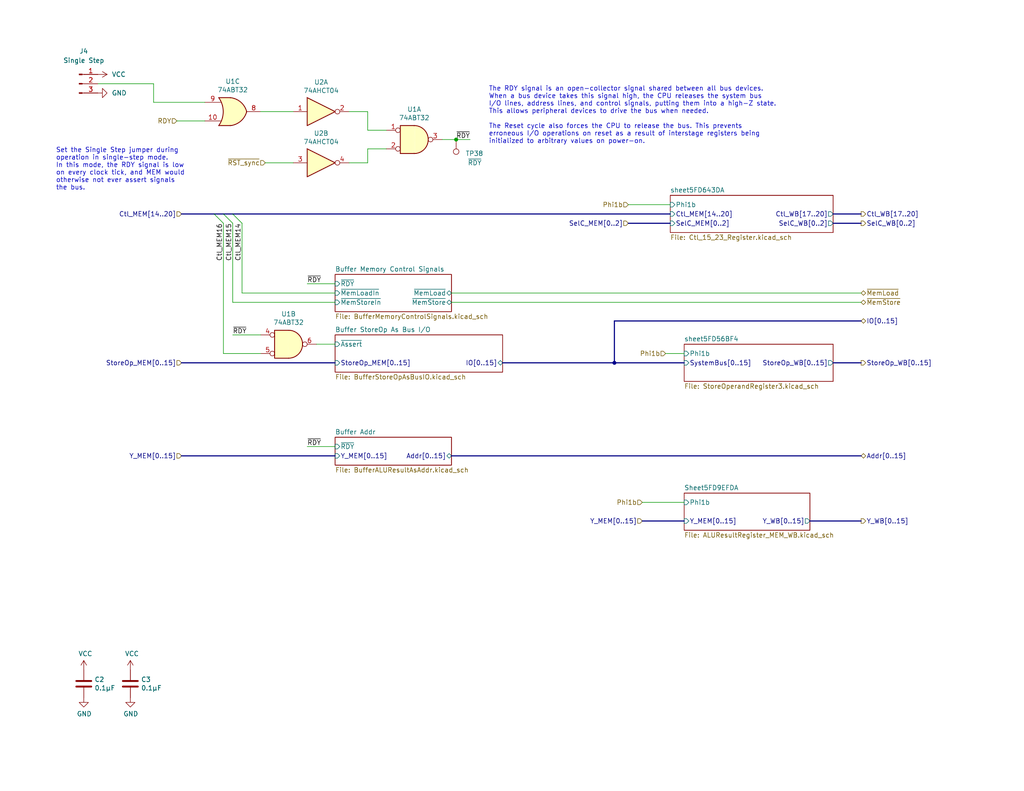
<source format=kicad_sch>
(kicad_sch (version 20230121) (generator eeschema)
  (paper "USLetter")
  (title_block (title "MEM") (date "2023-11-04") (rev "D") (comment 1 "place bus lines into tristate and halt the Phi1 clock.") (comment 2 "Devices on the bus may take the open-collector ~RDY~ signal high to force the CPU to") (comment 3 "These devices connect to the main board via a connector described in another sheet.") (comment 4 "The MEM stage interfaces with memory and memory-mapped peripherals."))
  (lib_symbols
    (symbol "74xx:74LS04"
      (property "Reference" "U" (at 0 1.27 0))
      (property "Value" "74LS04" (at 0 -1.27 0))
      (symbol "74LS04_1_0"
        (polyline (pts (xy -3.81 3.81) (xy -3.81 -3.81) (xy 3.81 0) (xy -3.81 3.81)) (stroke (width 0.254)) (fill (type background)))
        (pin input line (at -7.62 0 0) (length 3.81) (name "~") (number "1"))
        (pin output inverted (at 7.62 0 180) (length 3.81) (name "~") (number "2"))
      )
      (symbol "74LS04_2_0"
        (polyline (pts (xy -3.81 3.81) (xy -3.81 -3.81) (xy 3.81 0) (xy -3.81 3.81)) (stroke (width 0.254)) (fill (type background)))
        (pin input line (at -7.62 0 0) (length 3.81) (name "~") (number "3"))
        (pin output inverted (at 7.62 0 180) (length 3.81) (name "~") (number "4"))
      )
      (symbol "74LS04_3_0"
        (polyline (pts (xy -3.81 3.81) (xy -3.81 -3.81) (xy 3.81 0) (xy -3.81 3.81)) (stroke (width 0.254)) (fill (type background)))
        (pin input line (at -7.62 0 0) (length 3.81) (name "~") (number "5"))
        (pin output inverted (at 7.62 0 180) (length 3.81) (name "~") (number "6"))
      )
      (symbol "74LS04_4_0"
        (polyline (pts (xy -3.81 3.81) (xy -3.81 -3.81) (xy 3.81 0) (xy -3.81 3.81)) (stroke (width 0.254)) (fill (type background)))
        (pin output inverted (at 7.62 0 180) (length 3.81) (name "~") (number "8"))
        (pin input line (at -7.62 0 0) (length 3.81) (name "~") (number "9"))
      )
      (symbol "74LS04_5_0"
        (polyline (pts (xy -3.81 3.81) (xy -3.81 -3.81) (xy 3.81 0) (xy -3.81 3.81)) (stroke (width 0.254)) (fill (type background)))
        (pin output inverted (at 7.62 0 180) (length 3.81) (name "~") (number "10"))
        (pin input line (at -7.62 0 0) (length 3.81) (name "~") (number "11"))
      )
      (symbol "74LS04_6_0"
        (polyline (pts (xy -3.81 3.81) (xy -3.81 -3.81) (xy 3.81 0) (xy -3.81 3.81)) (stroke (width 0.254)) (fill (type background)))
        (pin output inverted (at 7.62 0 180) (length 3.81) (name "~") (number "12"))
        (pin input line (at -7.62 0 0) (length 3.81) (name "~") (number "13"))
      )
      (symbol "74LS04_7_0"
        (pin power_in line (at 0 12.7 270) (length 5.08) (name "VCC") (number "14"))
        (pin power_in line (at 0 -12.7 90) (length 5.08) (name "GND") (number "7"))
      )
      (symbol "74LS04_7_1"
        (rectangle (start -5.08 7.62) (end 5.08 -7.62) (stroke (width 0.254)) (fill (type background)))
      )
    )
    (symbol "74xx:74LS32" (pin_names (offset 1.016))
      (property "Reference" "U" (at 0 1.27 0))
      (property "Value" "74LS32" (at 0 -1.27 0))
      (symbol "74LS32_1_1"
        (arc (start -3.81 -3.81) (mid -2.589 0) (end -3.81 3.81) (stroke (width 0.254)))
        (arc (start -0.6096 -3.81) (mid 2.1842 -2.5851) (end 3.81 0) (stroke (width 0.254)) (fill (type background)))
        (polyline (pts (xy -3.81 -3.81) (xy -0.635 -3.81)) (stroke (width 0.254)) (fill (type background)))
        (polyline (pts (xy -3.81 3.81) (xy -0.635 3.81)) (stroke (width 0.254)) (fill (type background)))
        (polyline (pts (xy -0.635 3.81) (xy -3.81 3.81) (xy -3.81 3.81) (xy -3.556 3.4036) (xy -3.0226 2.2606) (xy -2.6924 1.0414) (xy -2.6162 -0.254) (xy -2.7686 -1.4986) (xy -3.175 -2.7178) (xy -3.81 -3.81) (xy -3.81 -3.81) (xy -0.635 -3.81)) (stroke (width -25.4)) (fill (type background)))
        (arc (start 3.81 0) (mid 2.1915 2.5936) (end -0.6096 3.81) (stroke (width 0.254)) (fill (type background)))
        (pin input line (at -7.62 2.54 0) (length 4.318) (name "~") (number "1"))
        (pin input line (at -7.62 -2.54 0) (length 4.318) (name "~") (number "2"))
        (pin output line (at 7.62 0 180) (length 3.81) (name "~") (number "3"))
      )
      (symbol "74LS32_1_2"
        (arc (start 0 -3.81) (mid 3.7934 0) (end 0 3.81) (stroke (width 0.254)) (fill (type background)))
        (polyline (pts (xy 0 3.81) (xy -3.81 3.81) (xy -3.81 -3.81) (xy 0 -3.81)) (stroke (width 0.254)) (fill (type background)))
        (pin input inverted (at -7.62 2.54 0) (length 3.81) (name "~") (number "1"))
        (pin input inverted (at -7.62 -2.54 0) (length 3.81) (name "~") (number "2"))
        (pin output inverted (at 7.62 0 180) (length 3.81) (name "~") (number "3"))
      )
      (symbol "74LS32_2_1"
        (arc (start -3.81 -3.81) (mid -2.589 0) (end -3.81 3.81) (stroke (width 0.254)))
        (arc (start -0.6096 -3.81) (mid 2.1842 -2.5851) (end 3.81 0) (stroke (width 0.254)) (fill (type background)))
        (polyline (pts (xy -3.81 -3.81) (xy -0.635 -3.81)) (stroke (width 0.254)) (fill (type background)))
        (polyline (pts (xy -3.81 3.81) (xy -0.635 3.81)) (stroke (width 0.254)) (fill (type background)))
        (polyline (pts (xy -0.635 3.81) (xy -3.81 3.81) (xy -3.81 3.81) (xy -3.556 3.4036) (xy -3.0226 2.2606) (xy -2.6924 1.0414) (xy -2.6162 -0.254) (xy -2.7686 -1.4986) (xy -3.175 -2.7178) (xy -3.81 -3.81) (xy -3.81 -3.81) (xy -0.635 -3.81)) (stroke (width -25.4)) (fill (type background)))
        (arc (start 3.81 0) (mid 2.1915 2.5936) (end -0.6096 3.81) (stroke (width 0.254)) (fill (type background)))
        (pin input line (at -7.62 2.54 0) (length 4.318) (name "~") (number "4"))
        (pin input line (at -7.62 -2.54 0) (length 4.318) (name "~") (number "5"))
        (pin output line (at 7.62 0 180) (length 3.81) (name "~") (number "6"))
      )
      (symbol "74LS32_2_2"
        (arc (start 0 -3.81) (mid 3.7934 0) (end 0 3.81) (stroke (width 0.254)) (fill (type background)))
        (polyline (pts (xy 0 3.81) (xy -3.81 3.81) (xy -3.81 -3.81) (xy 0 -3.81)) (stroke (width 0.254)) (fill (type background)))
        (pin input inverted (at -7.62 2.54 0) (length 3.81) (name "~") (number "4"))
        (pin input inverted (at -7.62 -2.54 0) (length 3.81) (name "~") (number "5"))
        (pin output inverted (at 7.62 0 180) (length 3.81) (name "~") (number "6"))
      )
      (symbol "74LS32_3_1"
        (arc (start -3.81 -3.81) (mid -2.589 0) (end -3.81 3.81) (stroke (width 0.254)))
        (arc (start -0.6096 -3.81) (mid 2.1842 -2.5851) (end 3.81 0) (stroke (width 0.254)) (fill (type background)))
        (polyline (pts (xy -3.81 -3.81) (xy -0.635 -3.81)) (stroke (width 0.254)) (fill (type background)))
        (polyline (pts (xy -3.81 3.81) (xy -0.635 3.81)) (stroke (width 0.254)) (fill (type background)))
        (polyline (pts (xy -0.635 3.81) (xy -3.81 3.81) (xy -3.81 3.81) (xy -3.556 3.4036) (xy -3.0226 2.2606) (xy -2.6924 1.0414) (xy -2.6162 -0.254) (xy -2.7686 -1.4986) (xy -3.175 -2.7178) (xy -3.81 -3.81) (xy -3.81 -3.81) (xy -0.635 -3.81)) (stroke (width -25.4)) (fill (type background)))
        (arc (start 3.81 0) (mid 2.1915 2.5936) (end -0.6096 3.81) (stroke (width 0.254)) (fill (type background)))
        (pin input line (at -7.62 -2.54 0) (length 4.318) (name "~") (number "10"))
        (pin output line (at 7.62 0 180) (length 3.81) (name "~") (number "8"))
        (pin input line (at -7.62 2.54 0) (length 4.318) (name "~") (number "9"))
      )
      (symbol "74LS32_3_2"
        (arc (start 0 -3.81) (mid 3.7934 0) (end 0 3.81) (stroke (width 0.254)) (fill (type background)))
        (polyline (pts (xy 0 3.81) (xy -3.81 3.81) (xy -3.81 -3.81) (xy 0 -3.81)) (stroke (width 0.254)) (fill (type background)))
        (pin input inverted (at -7.62 -2.54 0) (length 3.81) (name "~") (number "10"))
        (pin output inverted (at 7.62 0 180) (length 3.81) (name "~") (number "8"))
        (pin input inverted (at -7.62 2.54 0) (length 3.81) (name "~") (number "9"))
      )
      (symbol "74LS32_4_1"
        (arc (start -3.81 -3.81) (mid -2.589 0) (end -3.81 3.81) (stroke (width 0.254)))
        (arc (start -0.6096 -3.81) (mid 2.1842 -2.5851) (end 3.81 0) (stroke (width 0.254)) (fill (type background)))
        (polyline (pts (xy -3.81 -3.81) (xy -0.635 -3.81)) (stroke (width 0.254)) (fill (type background)))
        (polyline (pts (xy -3.81 3.81) (xy -0.635 3.81)) (stroke (width 0.254)) (fill (type background)))
        (polyline (pts (xy -0.635 3.81) (xy -3.81 3.81) (xy -3.81 3.81) (xy -3.556 3.4036) (xy -3.0226 2.2606) (xy -2.6924 1.0414) (xy -2.6162 -0.254) (xy -2.7686 -1.4986) (xy -3.175 -2.7178) (xy -3.81 -3.81) (xy -3.81 -3.81) (xy -0.635 -3.81)) (stroke (width -25.4)) (fill (type background)))
        (arc (start 3.81 0) (mid 2.1915 2.5936) (end -0.6096 3.81) (stroke (width 0.254)) (fill (type background)))
        (pin output line (at 7.62 0 180) (length 3.81) (name "~") (number "11"))
        (pin input line (at -7.62 2.54 0) (length 4.318) (name "~") (number "12"))
        (pin input line (at -7.62 -2.54 0) (length 4.318) (name "~") (number "13"))
      )
      (symbol "74LS32_4_2"
        (arc (start 0 -3.81) (mid 3.7934 0) (end 0 3.81) (stroke (width 0.254)) (fill (type background)))
        (polyline (pts (xy 0 3.81) (xy -3.81 3.81) (xy -3.81 -3.81) (xy 0 -3.81)) (stroke (width 0.254)) (fill (type background)))
        (pin output inverted (at 7.62 0 180) (length 3.81) (name "~") (number "11"))
        (pin input inverted (at -7.62 2.54 0) (length 3.81) (name "~") (number "12"))
        (pin input inverted (at -7.62 -2.54 0) (length 3.81) (name "~") (number "13"))
      )
      (symbol "74LS32_5_0"
        (pin power_in line (at 0 12.7 270) (length 5.08) (name "VCC") (number "14"))
        (pin power_in line (at 0 -12.7 90) (length 5.08) (name "GND") (number "7"))
      )
      (symbol "74LS32_5_1"
        (rectangle (start -5.08 7.62) (end 5.08 -7.62) (stroke (width 0.254)) (fill (type background)))
      )
    )
    (symbol "Connector:Conn_01x03_Pin" (pin_names (offset 1.016) hide)
      (property "Reference" "J" (at 0 5.08 0))
      (property "Value" "Conn_01x03_Pin" (at 0 -5.08 0))
      (symbol "Conn_01x03_Pin_1_1"
        (polyline (pts (xy 1.27 -2.54) (xy 0.8636 -2.54)) (stroke (width 0.1524)))
        (polyline (pts (xy 1.27 0) (xy 0.8636 0)) (stroke (width 0.1524)))
        (polyline (pts (xy 1.27 2.54) (xy 0.8636 2.54)) (stroke (width 0.1524)))
        (rectangle (start 0.8636 -2.413) (end 0 -2.667) (stroke (width 0.1524)) (fill (type outline)))
        (rectangle (start 0.8636 0.127) (end 0 -0.127) (stroke (width 0.1524)) (fill (type outline)))
        (rectangle (start 0.8636 2.667) (end 0 2.413) (stroke (width 0.1524)) (fill (type outline)))
        (pin passive line (at 5.08 2.54 180) (length 3.81) (name "Pin_1") (number "1"))
        (pin passive line (at 5.08 0 180) (length 3.81) (name "Pin_2") (number "2"))
        (pin passive line (at 5.08 -2.54 180) (length 3.81) (name "Pin_3") (number "3"))
      )
    )
    (symbol "Connector:TestPoint" (pin_numbers hide) (pin_names (offset 0.762) hide)
      (property "Reference" "TP" (at 0 6.858 0))
      (property "Value" "TestPoint" (at 0 5.08 0))
      (symbol "TestPoint_0_1"
        (circle (center 0 3.302) (radius 0.762))
      )
      (symbol "TestPoint_1_1"
        (pin passive line (at 0 0 90) (length 2.54) (name "1") (number "1"))
      )
    )
    (symbol "Device:C" (pin_numbers hide) (pin_names (offset 0.254))
      (property "Reference" "C" (at 0.635 2.54 0))
      (property "Value" "C" (at 0.635 -2.54 0))
      (symbol "C_0_1"
        (polyline (pts (xy -2.032 -0.762) (xy 2.032 -0.762)) (stroke (width 0.508)))
        (polyline (pts (xy -2.032 0.762) (xy 2.032 0.762)) (stroke (width 0.508)))
      )
      (symbol "C_1_1"
        (pin passive line (at 0 3.81 270) (length 2.794) (name "~") (number "1"))
        (pin passive line (at 0 -3.81 90) (length 2.794) (name "~") (number "2"))
      )
    )
    (symbol "power:GND" (power) (pin_names (offset 0))
      (property "Value" "GND" (at 0 -3.81 0))
      (symbol "GND_0_1"
        (polyline (pts (xy 0 0) (xy 0 -1.27) (xy 1.27 -1.27) (xy 0 -2.54) (xy -1.27 -1.27) (xy 0 -1.27)))
      )
      (symbol "GND_1_1"
        (pin power_in line (at 0 0 270) (length 0) hide (name "GND") (number "1"))
      )
    )
    (symbol "power:VCC" (power) (pin_names (offset 0))
      (property "Value" "VCC" (at 0 3.81 0))
      (symbol "VCC_0_1"
        (polyline (pts (xy -0.762 1.27) (xy 0 2.54)))
        (polyline (pts (xy 0 0) (xy 0 2.54)))
        (polyline (pts (xy 0 2.54) (xy 0.762 1.27)))
      )
      (symbol "VCC_1_1"
        (pin power_in line (at 0 0 90) (length 0) hide (name "VCC") (number "1"))
      )
    )
  )
  (junction (at -44.45 146.05))
  (junction (at 167.64 99.06))
  (junction (at -21.59 146.05))
  (junction (at -44.45 140.97))
  (junction (at 124.46 38.1))
  (no_connect (at -6.35 146.05))
  (no_connect (at -26.67 143.51))
  (bus_entry (at 58.42 58.42) (size 2.54 2.54))
  (bus_entry (at 63.5 58.42) (size 2.54 2.54))
  (bus_entry (at 60.96 58.42) (size 2.54 2.54))
  (bus (pts (xy 234.95 99.06) (xy 227.33 99.06)))
  (wire (pts (xy 181.61 96.52) (xy 186.69 96.52)))
  (wire (pts (xy -21.59 135.89) (xy -21.59 146.05)))
  (bus (pts (xy 234.95 142.24) (xy 220.98 142.24)))
  (bus (pts (xy 63.5 58.42) (xy 182.88 58.42)))
  (wire (pts (xy 41.91 22.86) (xy 41.91 27.94)))
  (wire (pts (xy 60.96 60.96) (xy 60.96 96.52)))
  (wire (pts (xy 124.46 38.1) (xy 120.65 38.1)))
  (wire (pts (xy 66.04 60.96) (xy 66.04 80.01)))
  (bus (pts (xy 227.33 58.42) (xy 234.95 58.42)))
  (wire (pts (xy -44.45 146.05) (xy -44.45 152.4)))
  (wire (pts (xy 171.45 55.88) (xy 182.88 55.88)))
  (bus (pts (xy 123.19 124.46) (xy 234.95 124.46)))
  (wire (pts (xy -21.59 179.07) (xy -21.59 180.34)))
  (wire (pts (xy 60.96 96.52) (xy 71.12 96.52)))
  (wire (pts (xy -44.45 135.89) (xy -44.45 140.97)))
  (wire (pts (xy -44.45 179.07) (xy -44.45 177.8)))
  (wire (pts (xy 128.27 38.1) (xy 124.46 38.1)))
  (wire (pts (xy 71.12 30.48) (xy 80.01 30.48)))
  (bus (pts (xy 167.64 87.63) (xy 167.64 99.06)))
  (wire (pts (xy 66.04 80.01) (xy 91.44 80.01)))
  (wire (pts (xy 63.5 91.44) (xy 71.12 91.44)))
  (bus (pts (xy 167.64 99.06) (xy 186.69 99.06)))
  (bus (pts (xy 49.53 58.42) (xy 58.42 58.42)))
  (bus (pts (xy 167.64 87.63) (xy 234.95 87.63)))
  (wire (pts (xy -41.91 146.05) (xy -44.45 146.05)))
  (wire (pts (xy 63.5 60.96) (xy 63.5 82.55)))
  (bus (pts (xy 175.26 142.24) (xy 186.69 142.24)))
  (bus (pts (xy 58.42 58.42) (xy 60.96 58.42)))
  (wire (pts (xy 83.82 121.92) (xy 91.44 121.92)))
  (bus (pts (xy 60.96 58.42) (xy 63.5 58.42)))
  (bus (pts (xy 182.88 60.96) (xy 171.45 60.96)))
  (bus (pts (xy 137.16 99.06) (xy 167.64 99.06)))
  (wire (pts (xy -44.45 140.97) (xy -44.45 146.05)))
  (wire (pts (xy -21.59 146.05) (xy -21.59 153.67)))
  (bus (pts (xy 49.53 124.46) (xy 91.44 124.46)))
  (bus (pts (xy 227.33 60.96) (xy 234.95 60.96)))
  (wire (pts (xy 41.91 27.94) (xy 55.88 27.94)))
  (bus (pts (xy 49.53 99.06) (xy 91.44 99.06)))
  (wire (pts (xy 100.33 30.48) (xy 100.33 35.56)))
  (wire (pts (xy 80.01 44.45) (xy 72.39 44.45)))
  (wire (pts (xy 86.36 93.98) (xy 91.44 93.98)))
  (wire (pts (xy 234.95 82.55) (xy 123.19 82.55)))
  (wire (pts (xy 123.19 80.01) (xy 234.95 80.01)))
  (wire (pts (xy 63.5 82.55) (xy 91.44 82.55)))
  (wire (pts (xy 100.33 44.45) (xy 95.25 44.45)))
  (wire (pts (xy 95.25 30.48) (xy 100.33 30.48)))
  (wire (pts (xy -41.91 140.97) (xy -44.45 140.97)))
  (wire (pts (xy 26.67 22.86) (xy 41.91 22.86)))
  (wire (pts (xy 83.82 77.47) (xy 91.44 77.47)))
  (wire (pts (xy 55.88 33.02) (xy 48.26 33.02)))
  (wire (pts (xy 100.33 35.56) (xy 105.41 35.56)))
  (wire (pts (xy 175.26 137.16) (xy 186.69 137.16)))
  (wire (pts (xy 105.41 40.64) (xy 100.33 40.64)))
  (wire (pts (xy 100.33 40.64) (xy 100.33 44.45)))
  (text "Set the Single Step jumper during\noperation in single-step mode.\nIn this mode, the RDY signal is low\non every clock tick, and MEM would\notherwise not ever assert signals\nthe bus." (at 15.24 52.07 0) (effects (font (size 1.27 1.27)) (justify left bottom)))
  (text "The RDY signal is an open-collector signal shared between all bus devices.\nWhen a bus device takes this signal high, the CPU releases the system bus\nI/O lines, address lines, and control signals, putting them into a high-Z state.\nThis allows peripheral devices to drive the bus when needed.\n\nThe Reset cycle also forces the CPU to release the bus. This prevents\nerroneous I/O operations on reset as a result of interstage registers being\ninitialized to arbitrary values on power-on." (at 133.35 39.37 0) (effects (font (size 1.27 1.27)) (justify left bottom)))
  (label "Ctl_MEM15" (at 63.5 60.96 270))
  (label "Ctl_MEM14" (at 66.04 60.96 270))
  (label "~{RDY}" (at 83.82 77.47 0))
  (label "Ctl_MEM16" (at 60.96 60.96 270))
  (label "~{RDY}" (at 83.82 121.92 0))
  (label "~{RDY}" (at 128.27 38.1 180))
  (label "~{RDY}" (at 63.5 91.44 0))
  (hierarchical_label "Phi1b" (shape input) (at 175.26 137.16 180))
  (hierarchical_label "Phi1b" (shape input) (at 181.61 96.52 180))
  (hierarchical_label "Y_WB[0..15]" (shape output) (at 234.95 142.24 0))
  (hierarchical_label "~{MemStore}" (shape tri_state) (at 234.95 82.55 0))
  (hierarchical_label "Y_MEM[0..15]" (shape input) (at 175.26 142.24 180))
  (hierarchical_label "Y_MEM[0..15]" (shape input) (at 49.53 124.46 180))
  (hierarchical_label "~{RST_sync}" (shape input) (at 72.39 44.45 180))
  (hierarchical_label "Phi1b" (shape input) (at 171.45 55.88 180))
  (hierarchical_label "IO[0..15]" (shape tri_state) (at 234.95 87.63 0))
  (hierarchical_label "RDY" (shape input) (at 48.26 33.02 180))
  (hierarchical_label "Ctl_WB[17..20]" (shape output) (at 234.95 58.42 0))
  (hierarchical_label "Ctl_MEM[14..20]" (shape input) (at 49.53 58.42 180))
  (hierarchical_label "StoreOp_WB[0..15]" (shape output) (at 234.95 99.06 0))
  (hierarchical_label "~{MemLoad}" (shape tri_state) (at 234.95 80.01 0))
  (hierarchical_label "SelC_WB[0..2]" (shape output) (at 234.95 60.96 0))
  (hierarchical_label "Addr[0..15]" (shape tri_state) (at 234.95 124.46 0))
  (hierarchical_label "SelC_MEM[0..2]" (shape input) (at 171.45 60.96 180))
  (hierarchical_label "StoreOp_MEM[0..15]" (shape input) (at 49.53 99.06 180))
  (symbol (lib_id "74xx:74LS04") (at 87.63 30.48 0) (unit 1)
    (property "Reference" "U2" (at 87.63 22.4282 0))
    (property "Value" "74AHCT04" (at 87.63 24.7396 0))
    (property "Footprint" "Package_SO:TSSOP-14_4.4x5mm_P0.65mm" (effects hide))
    (property "Datasheet" "https://www.mouser.com/datasheet/2/916/74AHCT04A-1545508.pdf" (effects hide))
    (property "Mouser" "https://www.mouser.com/ProductDetail/Nexperia/74AHCT04APWJ?qs=5aG0NVq1C4yf8jbQquj09Q==" (effects hide))
  )
  (symbol (lib_id "74xx:74LS04") (at -21.59 166.37 0) (unit 7)
    (property "Reference" "U2" (at -21.59 165.1 0))
    (property "Value" "74AHCT04" (at -21.59 167.64 0))
    (property "Footprint" "Package_SO:TSSOP-14_4.4x5mm_P0.65mm" (effects hide))
    (property "Datasheet" "https://www.mouser.com/datasheet/2/916/74AHCT04A-1545508.pdf" (effects hide))
    (property "Mouser" "https://www.mouser.com/ProductDetail/Nexperia/74AHCT04APWJ?qs=5aG0NVq1C4yf8jbQquj09Q==" (effects hide))
  )
  (symbol (lib_id "74xx:74LS04") (at -13.97 146.05 0) (unit 6)
    (property "Reference" "U2" (at -13.97 137.9982 0))
    (property "Value" "74AHCT04" (at -13.97 140.3096 0))
    (property "Footprint" "Package_SO:TSSOP-14_4.4x5mm_P0.65mm" (effects hide))
    (property "Datasheet" "https://www.mouser.com/datasheet/2/916/74AHCT04A-1545508.pdf" (effects hide))
    (property "Mouser" "https://www.mouser.com/ProductDetail/Nexperia/74AHCT04APWJ?qs=5aG0NVq1C4yf8jbQquj09Q==" (effects hide))
  )
  (symbol (lib_id "power:VCC") (at -21.59 135.89 0) (unit 1)
    (property "Reference" "#PWR071" (effects hide))
    (property "Value" "VCC" (at -21.1582 131.4958 0))
  )
  (symbol (lib_id "power:GND") (at -21.59 180.34 0) (mirror y) (unit 1)
    (property "Reference" "#PWR072" (effects hide))
    (property "Value" "GND" (at -21.717 184.7342 0))
  )
  (symbol (lib_id "74xx:74LS04") (at 87.63 44.45 0) (unit 2)
    (property "Reference" "U2" (at 87.63 36.3982 0))
    (property "Value" "74AHCT04" (at 87.63 38.7096 0))
    (property "Footprint" "Package_SO:TSSOP-14_4.4x5mm_P0.65mm" (effects hide))
    (property "Datasheet" "https://www.mouser.com/datasheet/2/916/74AHCT04A-1545508.pdf" (effects hide))
    (property "Mouser" "https://www.mouser.com/ProductDetail/Nexperia/74AHCT04APWJ?qs=5aG0NVq1C4yf8jbQquj09Q==" (effects hide))
  )
  (symbol (lib_id "power:GND") (at 22.86 190.5 0) (unit 1)
    (property "Reference" "#PWR074" (effects hide))
    (property "Value" "GND" (at 22.987 194.8942 0))
  )
  (symbol (lib_id "power:VCC") (at 22.86 182.88 0) (unit 1)
    (property "Reference" "#PWR073" (effects hide))
    (property "Value" "VCC" (at 23.2918 178.4858 0))
  )
  (symbol (lib_id "Device:C") (at 22.86 186.69 0) (unit 1)
    (property "Reference" "C2" (at 25.781 185.5216 0) (effects (justify left)))
    (property "Value" "0.1μF" (at 25.781 187.833 0) (effects (justify left)))
    (property "Footprint" "Capacitor_SMD:C_0603_1608Metric_Pad1.08x0.95mm_HandSolder" (effects hide))
    (property "Mouser" "https://www.mouser.com/ProductDetail/963-EMK107B7104KAHT" (effects hide))
  )
  (symbol (lib_id "power:VCC") (at -44.45 135.89 0) (unit 1)
    (property "Reference" "#PWR069" (effects hide))
    (property "Value" "VCC" (at -44.0182 131.4958 0))
  )
  (symbol (lib_id "power:GND") (at -44.45 179.07 0) (unit 1)
    (property "Reference" "#PWR070" (effects hide))
    (property "Value" "GND" (at -44.323 183.4642 0))
  )
  (symbol (lib_id "74xx:74LS32") (at 78.74 93.98 0) (unit 2) (convert 2)
    (property "Reference" "U1" (at 78.74 85.725 0))
    (property "Value" "74ABT32" (at 78.74 88.0364 0))
    (property "Footprint" "Package_SO:TSSOP-14_4.4x5mm_P0.65mm" (effects hide))
    (property "Datasheet" "https://www.mouser.com/datasheet/2/916/74ABT32-2937354.pdf" (effects hide))
    (property "Mouser" "https://www.mouser.com/ProductDetail/Nexperia/74ABT32PW118?qs=P62ublwmbi%2FkuIVV181WGQ%3D%3D" (effects hide))
  )
  (symbol (lib_id "74xx:74LS32") (at 63.5 30.48 0) (unit 3)
    (property "Reference" "U1" (at 63.5 22.225 0))
    (property "Value" "74ABT32" (at 63.5 24.5364 0))
    (property "Footprint" "Package_SO:TSSOP-14_4.4x5mm_P0.65mm" (effects hide))
    (property "Datasheet" "https://www.mouser.com/datasheet/2/916/74ABT32-2937354.pdf" (effects hide))
    (property "Mouser" "https://www.mouser.com/ProductDetail/Nexperia/74ABT32PW118?qs=P62ublwmbi%2FkuIVV181WGQ%3D%3D" (effects hide))
  )
  (symbol (lib_id "74xx:74LS32") (at -34.29 143.51 0) (unit 4)
    (property "Reference" "U1" (at -34.29 135.255 0))
    (property "Value" "74ABT32" (at -34.29 137.5664 0))
    (property "Footprint" "Package_SO:TSSOP-14_4.4x5mm_P0.65mm" (effects hide))
    (property "Datasheet" "https://www.mouser.com/datasheet/2/916/74ABT32-2937354.pdf" (effects hide))
    (property "Mouser" "https://www.mouser.com/ProductDetail/Nexperia/74ABT32PW118?qs=P62ublwmbi%2FkuIVV181WGQ%3D%3D" (effects hide))
  )
  (symbol (lib_id "74xx:74LS32") (at -44.45 165.1 0) (unit 5)
    (property "Reference" "U1" (at -38.608 163.9316 0) (effects (justify left)))
    (property "Value" "74ABT32" (at -38.608 166.243 0) (effects (justify left)))
    (property "Footprint" "Package_SO:TSSOP-14_4.4x5mm_P0.65mm" (effects hide))
    (property "Datasheet" "https://www.mouser.com/datasheet/2/916/74ABT32-2937354.pdf" (effects hide))
    (property "Mouser" "https://www.mouser.com/ProductDetail/Nexperia/74ABT32PW118?qs=P62ublwmbi%2FkuIVV181WGQ%3D%3D" (effects hide))
  )
  (symbol (lib_id "74xx:74LS32") (at 113.03 38.1 0) (unit 1) (convert 2)
    (property "Reference" "U1" (at 113.03 29.845 0))
    (property "Value" "74ABT32" (at 113.03 32.1564 0))
    (property "Footprint" "Package_SO:TSSOP-14_4.4x5mm_P0.65mm" (effects hide))
    (property "Datasheet" "https://www.mouser.com/datasheet/2/916/74ABT32-2937354.pdf" (effects hide))
    (property "Mouser" "https://www.mouser.com/ProductDetail/Nexperia/74ABT32PW118?qs=P62ublwmbi%2FkuIVV181WGQ%3D%3D" (effects hide))
  )
  (symbol (lib_id "Device:C") (at 35.56 186.69 0) (unit 1)
    (property "Reference" "C3" (at 38.481 185.5216 0) (effects (justify left)))
    (property "Value" "0.1μF" (at 38.481 187.833 0) (effects (justify left)))
    (property "Footprint" "Capacitor_SMD:C_0603_1608Metric_Pad1.08x0.95mm_HandSolder" (effects hide))
    (property "Mouser" "https://www.mouser.com/ProductDetail/963-EMK107B7104KAHT" (effects hide))
  )
  (symbol (lib_id "power:GND") (at 35.56 190.5 0) (unit 1)
    (property "Reference" "#PWR0161" (effects hide))
    (property "Value" "GND" (at 35.687 194.8942 0))
  )
  (symbol (lib_id "Connector:Conn_01x03_Pin") (at 21.59 22.86 0) (unit 1)
    (property "Reference" "J4" (at 22.86 13.97 0))
    (property "Value" "Single Step" (at 22.86 16.51 0))
    (property "Footprint" "Connector_PinHeader_2.54mm:PinHeader_1x03_P2.54mm_Vertical" (effects hide))
    (instances (project "MEMModule" (path "" (reference "J4") (unit 1)) (path "" (reference "J14") (unit 1))))
  )
  (symbol (lib_id "Connector:TestPoint") (at 124.46 38.1 0) (mirror x) (unit 1)
    (property "Reference" "TP38" (at 127 41.91 0) (effects (justify left)))
    (property "Value" "~{RDY}" (at 129.54 44.45 0))
    (property "Footprint" "TestPoint:TestPoint_Pad_D1.0mm" (effects hide))
  )
  (symbol (lib_id "power:VCC") (at 35.56 182.88 0) (unit 1)
    (property "Reference" "#PWR0160" (effects hide))
    (property "Value" "VCC" (at 35.9918 178.4858 0))
  )
  (symbol (lib_id "power:VCC") (at 26.67 20.32 270) (unit 1)
    (property "Reference" "#PWR0163" (effects hide))
    (property "Value" "VCC" (at 30.48 20.32 90) (effects (justify left)))
  )
  (symbol (lib_id "power:GND") (at 26.67 25.4 90) (unit 1)
    (property "Reference" "#PWR033" (effects hide))
    (property "Value" "GND" (at 30.48 25.4 90) (effects (justify right)))
  )
  (sheet (at 91.44 74.93) (size 31.75 10.16)
    (property "Sheetname" "Buffer Memory Control Signals" (at 91.44 74.2184 0) (effects (justify left bottom)))
    (property "Sheetfile" "BufferMemoryControlSignals.kicad_sch" (at 91.44 85.6746 0) (effects (justify left top)))
    (pin "~{MemLoadIn}" input (at 91.44 80.01 180))
    (pin "~{MemStoreIn}" input (at 91.44 82.55 180))
    (pin "~{MemLoad}" tri_state (at 123.19 80.01 0))
    (pin "~{MemStore}" tri_state (at 123.19 82.55 0))
    (pin "~{RDY}" input (at 91.44 77.47 180))
  )
  (sheet (at 91.44 119.38) (size 31.75 7.62)
    (property "Sheetname" "Buffer Addr" (at 91.44 118.6684 0) (effects (justify left bottom)))
    (property "Sheetfile" "BufferALUResultAsAddr.kicad_sch" (at 91.44 127.5846 0) (effects (justify left top)))
    (pin "~{RDY}" input (at 91.44 121.92 180))
    (pin "Addr[0..15]" tri_state (at 123.19 124.46 0))
    (pin "Y_MEM[0..15]" input (at 91.44 124.46 180))
  )
  (sheet (at 186.69 93.98) (size 40.64 10.16)
    (property "Sheetname" "sheet5FD56BF4" (at 186.69 93.2684 0) (effects (justify left bottom)))
    (property "Sheetfile" "StoreOperandRegister3.kicad_sch" (at 186.69 104.7246 0) (effects (justify left top)))
    (pin "SystemBus[0..15]" input (at 186.69 99.06 180))
    (pin "StoreOp_WB[0..15]" output (at 227.33 99.06 0))
    (pin "Phi1b" input (at 186.69 96.52 180))
  )
  (sheet (at 182.88 53.34) (size 44.45 10.16)
    (property "Sheetname" "sheet5FD643DA" (at 182.88 52.6284 0) (effects (justify left bottom)))
    (property "Sheetfile" "Ctl_15_23_Register.kicad_sch" (at 182.88 64.0846 0) (effects (justify left top)))
    (pin "SelC_MEM[0..2]" input (at 182.88 60.96 180))
    (pin "SelC_WB[0..2]" output (at 227.33 60.96 0))
    (pin "Ctl_WB[17..20]" output (at 227.33 58.42 0))
    (pin "Ctl_MEM[14..20]" input (at 182.88 58.42 180))
    (pin "Phi1b" input (at 182.88 55.88 180))
  )
  (sheet (at 186.69 134.62) (size 34.29 10.16)
    (property "Sheetname" "Sheet5FD9EFDA" (at 186.69 133.9084 0) (effects (justify left bottom)))
    (property "Sheetfile" "ALUResultRegister_MEM_WB.kicad_sch" (at 186.69 145.3646 0) (effects (justify left top)))
    (pin "Y_MEM[0..15]" input (at 186.69 142.24 180))
    (pin "Y_WB[0..15]" output (at 220.98 142.24 0))
    (pin "Phi1b" input (at 186.69 137.16 180))
  )
  (sheet (at 91.44 91.44) (size 45.72 10.16)
    (property "Sheetname" "Buffer StoreOp As Bus I/O" (at 91.44 90.7284 0) (effects (justify left bottom)))
    (property "Sheetfile" "BufferStoreOpAsBusIO.kicad_sch" (at 91.44 102.1846 0) (effects (justify left top)))
    (pin "IO[0..15]" tri_state (at 137.16 99.06 0))
    (pin "StoreOp_MEM[0..15]" input (at 91.44 99.06 180))
    (pin "~{Assert}" input (at 91.44 93.98 180))
  )
)
</source>
